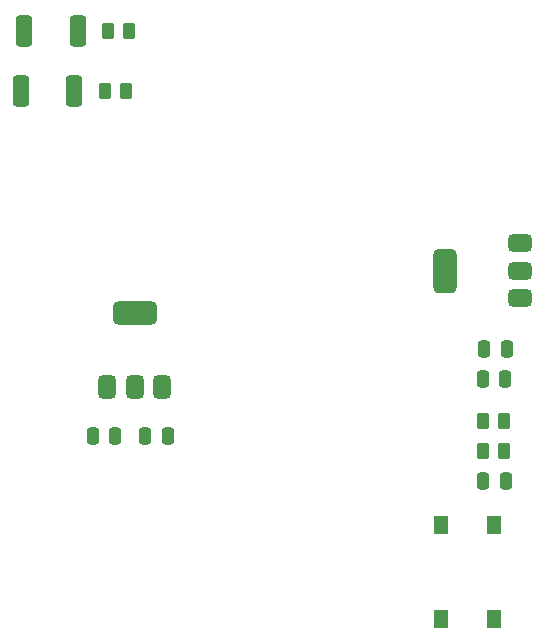
<source format=gbr>
%TF.GenerationSoftware,KiCad,Pcbnew,7.0.10-7.0.10~ubuntu22.04.1*%
%TF.CreationDate,2024-09-29T13:00:56+02:00*%
%TF.ProjectId,kicad,6b696361-642e-46b6-9963-61645f706362,rev?*%
%TF.SameCoordinates,Original*%
%TF.FileFunction,Paste,Top*%
%TF.FilePolarity,Positive*%
%FSLAX46Y46*%
G04 Gerber Fmt 4.6, Leading zero omitted, Abs format (unit mm)*
G04 Created by KiCad (PCBNEW 7.0.10-7.0.10~ubuntu22.04.1) date 2024-09-29 13:00:56*
%MOMM*%
%LPD*%
G01*
G04 APERTURE LIST*
G04 Aperture macros list*
%AMRoundRect*
0 Rectangle with rounded corners*
0 $1 Rounding radius*
0 $2 $3 $4 $5 $6 $7 $8 $9 X,Y pos of 4 corners*
0 Add a 4 corners polygon primitive as box body*
4,1,4,$2,$3,$4,$5,$6,$7,$8,$9,$2,$3,0*
0 Add four circle primitives for the rounded corners*
1,1,$1+$1,$2,$3*
1,1,$1+$1,$4,$5*
1,1,$1+$1,$6,$7*
1,1,$1+$1,$8,$9*
0 Add four rect primitives between the rounded corners*
20,1,$1+$1,$2,$3,$4,$5,0*
20,1,$1+$1,$4,$5,$6,$7,0*
20,1,$1+$1,$6,$7,$8,$9,0*
20,1,$1+$1,$8,$9,$2,$3,0*%
G04 Aperture macros list end*
%ADD10R,1.300000X1.550000*%
%ADD11RoundRect,0.375000X0.625000X0.375000X-0.625000X0.375000X-0.625000X-0.375000X0.625000X-0.375000X0*%
%ADD12RoundRect,0.500000X0.500000X1.400000X-0.500000X1.400000X-0.500000X-1.400000X0.500000X-1.400000X0*%
%ADD13RoundRect,0.250000X0.250000X0.475000X-0.250000X0.475000X-0.250000X-0.475000X0.250000X-0.475000X0*%
%ADD14RoundRect,0.250000X-0.262500X-0.450000X0.262500X-0.450000X0.262500X0.450000X-0.262500X0.450000X0*%
%ADD15RoundRect,0.375000X0.375000X-0.625000X0.375000X0.625000X-0.375000X0.625000X-0.375000X-0.625000X0*%
%ADD16RoundRect,0.500000X1.400000X-0.500000X1.400000X0.500000X-1.400000X0.500000X-1.400000X-0.500000X0*%
%ADD17RoundRect,0.250000X-0.425000X-1.075000X0.425000X-1.075000X0.425000X1.075000X-0.425000X1.075000X0*%
%ADD18RoundRect,0.250000X0.262500X0.450000X-0.262500X0.450000X-0.262500X-0.450000X0.262500X-0.450000X0*%
G04 APERTURE END LIST*
D10*
%TO.C,BUTTON1*%
X140172000Y-118024000D03*
X140172000Y-125984000D03*
X135672000Y-118024000D03*
X135672000Y-125984000D03*
%TD*%
D11*
%TO.C,U2*%
X142342000Y-94220000D03*
D12*
X136042000Y-96520000D03*
D11*
X142342000Y-96520000D03*
X142342000Y-98820000D03*
%TD*%
D13*
%TO.C,C4*%
X139192000Y-105664000D03*
X141092000Y-105664000D03*
%TD*%
D14*
%TO.C,R9*%
X107188000Y-81280000D03*
X109013000Y-81280000D03*
%TD*%
%TO.C,R7*%
X139192000Y-111760000D03*
X141017000Y-111760000D03*
%TD*%
D13*
%TO.C,C1*%
X141158000Y-114300000D03*
X139258000Y-114300000D03*
%TD*%
D15*
%TO.C,U3*%
X107428000Y-106376000D03*
X109728000Y-106376000D03*
D16*
X109728000Y-100076000D03*
D15*
X112028000Y-106376000D03*
%TD*%
D13*
%TO.C,C3*%
X106172000Y-110490000D03*
X108072000Y-110490000D03*
%TD*%
%TO.C,C5*%
X141224000Y-103124000D03*
X139324000Y-103124000D03*
%TD*%
D17*
%TO.C,D1*%
X104902000Y-76200000D03*
X100402000Y-76200000D03*
%TD*%
%TO.C,D2*%
X100112000Y-81280000D03*
X104612000Y-81280000D03*
%TD*%
D14*
%TO.C,R8*%
X107442000Y-76200000D03*
X109267000Y-76200000D03*
%TD*%
D13*
%TO.C,C2*%
X112522000Y-110490000D03*
X110622000Y-110490000D03*
%TD*%
D18*
%TO.C,R6*%
X139192000Y-109220000D03*
X141017000Y-109220000D03*
%TD*%
M02*

</source>
